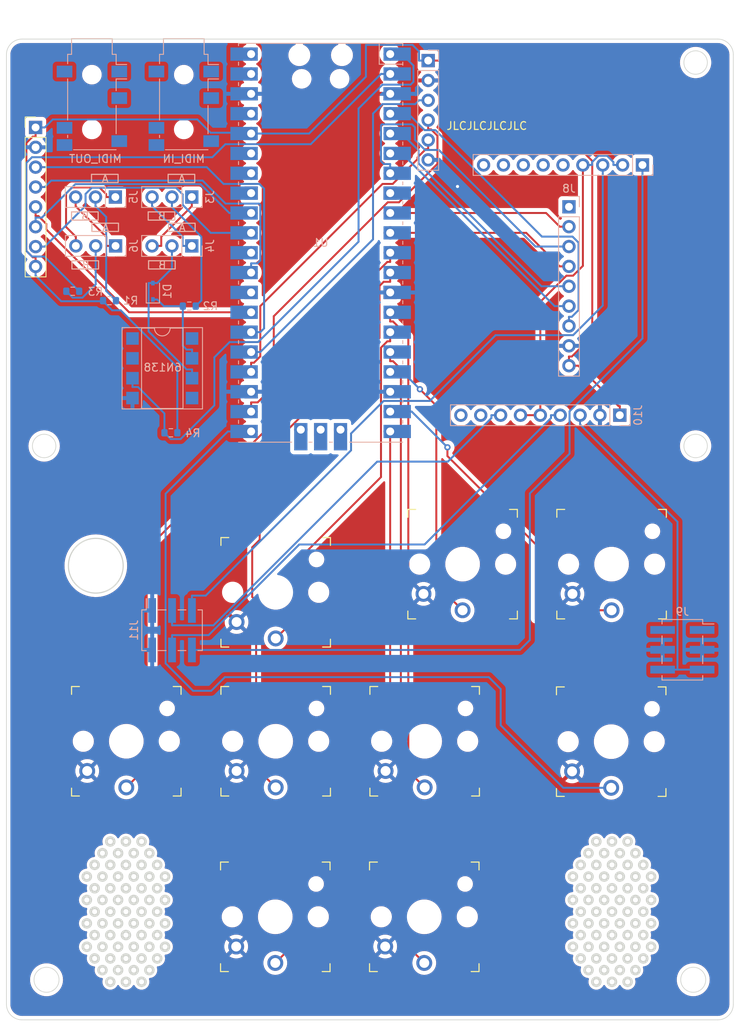
<source format=kicad_pcb>
(kicad_pcb (version 20211014) (generator pcbnew)
  (layers (0 "F.Cu" signal) (31 "B.Cu" signal) (34 "B.Paste" user) (35 "F.Paste" user) (36 "B.SilkS" user "B.Silkscreen") (37 "F.SilkS" user "F.Silkscreen") (38 "B.Mask" user) (39 "F.Mask" user) (44 "Edge.Cuts" user))
  (net 0 "")
  (net 1 "Net-(D1-Pad1)")
  (net 2 "Net-(D1-Pad2)")
  (net 3 "Net-(J2-PadR)")
  (net 4 "Net-(J3-Pad2)")
  (net 5 "Net-(J2-PadT)")
  (net 6 "Net-(J1-PadR)")
  (net 7 "Net-(J5-Pad2)")
  (net 8 "Net-(J1-PadT)")
  (net 9 "Net-(J6-Pad2)")
  (net 10 "VCC")
  (net 11 "GND")
  (net 12 "DP3")
  (net 13 "DP4")
  (net 14 "DP5")
  (net 15 "DP6")
  (net 16 "DP7")
  (net 17 "TX")
  (net 18 "RX")
  (net 19 "LEFT")
  (net 20 "DOWN")
  (net 21 "RIGHT")
  (net 22 "UP")
  (net 23 "RT")
  (net 24 "B")
  (net 25 "A")
  (net 26 "LT")
  (net 27 "PLAY")
  (net 28 "CLK")
  (net 29 "SI")
  (net 30 "SO")
  (net 31 "D1")
  (net 33 "DAT2")
  (net 34 "D3")
  (net 35 "DIN")
  (net 36 "BCK")
  (net 37 "LRCK")
  (net 52 "VCC5")
  (net 54 "KILL_SWITCH")
  (net 57 "L_AMP")
  (net 58 "AGND")
  (net 59 "R_AMP")
  (net 62 "ROUT")
  (net 63 "LOUT")
  (footprint "Button_Switch_Keyboard:SW_PG1350" (layer "F.Cu") (at 155.3 117.95)
    (fp_text reference "SW3")
    (fp_text value "SW_PG1350")
  )
  (footprint "Button_Switch_Keyboard:SW_PG1350" (layer "F.Cu") (at 136.25 117.95)
    (fp_text reference "SW2")
    (fp_text value "SW_PG1350")
  )
  (footprint "Button_Switch_Keyboard:SW_PG1350" (layer "F.Cu") (at 117.15 117.95)
    (fp_text reference "SW1")
    (fp_text value "SW_PG1350")
  )
  (footprint "Button_Switch_Keyboard:SW_PG1350" (layer "F.Cu") (at 155.25 140.4)
    (fp_text reference "SW5")
    (fp_text value "SW_PG1350")
  )
  (footprint "Button_Switch_Keyboard:SW_PG1350" (layer "F.Cu") (at 179.2 95.3)
    (fp_text reference "SW7")
    (fp_text value "SW_PG1350")
  )
  (footprint "Button_Switch_Keyboard:SW_PG1350" (layer "F.Cu") (at 136.2 140.4)
    (fp_text reference "SW8")
    (fp_text value "SW_PG1350")
  )
  (footprint "Button_Switch_Keyboard:SW_PG1350" (layer "F.Cu") (at 179.15 118)
    (fp_text reference "SW9")
    (fp_text value "SW_PG1350")
  )
  (footprint "Connector_PinHeader_2.54mm:PinHeader_1x08_P2.54mm_Vertical" (layer "F.Cu") (at 105.55 39.45)
    (fp_text reference "J7")
    (fp_text value "DISPLAY")
  )
  (footprint "Button_Switch_Keyboard:SW_PG1350" (layer "F.Cu") (at 136.25 98.9)
    (fp_text reference "SW4")
    (fp_text value "SW_PG1350")
  )
  (footprint "Button_Switch_Keyboard:SW_PG1350" (layer "F.Cu") (at 160.15 95.3)
    (fp_text reference "SW6")
    (fp_text value "SW_PG1350")
  )
  (footprint "Connector_PinHeader_2.54mm:PinHeader_1x09_P2.54mm_Vertical" (layer "B.Cu") (at 183.15 44.25 90)
    (fp_text reference "REF1")
    (fp_text value "PinHeader_1x09_P2.54mm_Vertical_SMD_Pin1Left")
  )
  (footprint "RPi_Pico:RPi_Pico_SMD_TH" (layer "B.Cu") (at 142 54.2 180)
    (fp_text reference "U1")
    (fp_text value "Pico")
  )
  (footprint "Connector_PinHeader_2.54mm:PinHeader_1x03_P2.54mm_Vertical" (layer "B.Cu") (at 115.75 48.35 90)
    (fp_text reference "J5")
    (fp_text value "MIDI_OUT_A_B_VCC")
  )
  (footprint "Connector_PinHeader_2.54mm:PinHeader_1x03_P2.54mm_Vertical" (layer "B.Cu") (at 125.525 48.35 90)
    (fp_text reference "J3")
    (fp_text value "MIDI_IN_A_B_VCC")
  )
  (footprint "Diode_SMD:D_SOD-323" (layer "B.Cu") (at 120.55 60.4 90)
    (fp_text reference "D1")
    (fp_text value "1n4148")
  )
  (footprint "Connector_PinHeader_2.54mm:PinHeader_1x03_P2.54mm_Vertical" (layer "B.Cu") (at 125.525 54.6 90)
    (fp_text reference "J4")
    (fp_text value "MIDI_IN_A_B_DATA")
  )
  (footprint "Resistor_SMD:R_0603_1608Metric" (layer "B.Cu") (at 110.3 60.4 180)
    (fp_text reference "R3")
    (fp_text value "47R")
  )
  (footprint "Connector_PinHeader_2.54mm:PinHeader_1x06_P2.54mm_Vertical" (layer "B.Cu") (at 155.75 30.9 180)
    (fp_text reference "U3")
    (fp_text value "PCM5102_Module")
  )
  (footprint "Package_DIP:DIP-8_W7.62mm_SMDSocket_SmallPads" (layer "B.Cu") (at 121.75 70.25 180)
    (fp_text reference "U2")
    (fp_text value "6N138")
  )
  (footprint "Connector_PinHeader_2.54mm:PinHeader_1x09_P2.54mm_Vertical" (layer "B.Cu") (at 180.25 76.25 90)
    (fp_text reference "J10")
    (fp_text value "DclassAMP")
  )
  (footprint "Connector_Audio:Jack_3.5mm_PJ311_Horizontal" (layer "B.Cu") (at 112.75 37 180)
    (fp_text reference "J1")
    (fp_text value "MIDI_OUT")
  )
  (footprint "Resistor_SMD:R_0603_1608Metric" (layer "B.Cu") (at 115 61.6)
    (fp_text reference "R1")
    (fp_text value "47R")
  )
  (footprint "Resistor_SMD:R_0603_1608Metric" (layer "B.Cu") (at 122.85 78.5)
    (fp_text reference "R4")
    (fp_text value "470R")
  )
  (footprint "Resistor_SMD:R_0603_1608Metric" (layer "B.Cu") (at 125.2 62.3 180)
    (fp_text reference "R2")
    (fp_text value "220R")
  )
  (footprint "Connector_Audio:Jack_3.5mm_PJ311_Horizontal" (layer "B.Cu") (at 124.5 37 180)
    (fp_text reference "J2")
    (fp_text value "MIDI_IN")
  )
  (footprint "Connector_PinHeader_2.54mm:PinHeader_1x09_P2.54mm_Vertical" (layer "B.Cu") (at 173.75 49.6 180)
    (fp_text reference "J8")
    (fp_text value "SDCARD")
  )
  (footprint "Connector_PinHeader_2.54mm:PinHeader_2x03_P2.54mm_Vertical_SMD" (layer "B.Cu") (at 123 103.75 -90)
    (fp_text reference "J11")
    (fp_text value "MASTER_VOLUME")
  )
  (footprint "Connector_PinHeader_2.54mm:PinHeader_1x03_P2.54mm_Vertical" (layer "B.Cu") (at 115.775 54.6 90)
    (fp_text reference "J6")
    (fp_text value "MIDI_OUT_A_B_DATA")
  )
  (footprint "Connector_PinHeader_2.54mm:PinHeader_2x03_P2.54mm_Vertical_SMD" (layer "B.Cu") (at 188.25 106.25 180)
    (fp_text reference "J9")
    (fp_text value "KILL_SWITCH")
  )
  (gr_rect (start 122.55 51.7) (end 125.95 52.75) (layer "B.SilkS") (width 0.15) (fill none))
  (gr_rect (start 110.15 50.25) (end 113.55 51.3) (layer "B.SilkS") (width 0.15) (fill none))
  (gr_rect (start 110.2 56.5) (end 113.6 57.55) (layer "B.SilkS") (width 0.15) (fill none))
  (gr_rect (start 120 56.5) (end 123.4 57.55) (layer "B.SilkS") (width 0.15) (fill none))
  (gr_rect (start 119.95 50.25) (end 123.35 51.3) (layer "B.SilkS") (width 0.15) (fill none))
  (gr_rect (start 122.5 45.45) (end 125.9 46.5) (layer "B.SilkS") (width 0.15) (fill none))
  (gr_rect (start 112.75 51.7) (end 116.15 52.75) (layer "B.SilkS") (width 0.15) (fill none))
  (gr_rect (start 112.7 45.45) (end 116.1 46.5) (layer "B.SilkS") (width 0.15) (fill none))
  (gr_circle (center 182.25 132.261905) (end 182.75 132.261905) (layer "Edge.Cuts") (width 0.35) (fill none))
  (gr_circle (center 179.25 142.734127) (end 179.75 142.734127) (layer "Edge.Cuts") (width 0.35) (fill none))
  (gr_circle (center 183.25 139.742063) (end 183.75 139.742063) (layer "Edge.Cuts") (width 0.35) (fill none))
  (gr_circle (center 115.1 142.734127) (end 115.6 142.734127) (layer "Edge.Cuts") (width 0.35) (fill none))
  (gr_circle (center 119.1 130.765873) (end 119.6 130.765873) (layer "Edge.Cuts") (width 0.35) (fill none))
  (gr_circle (center 120.1 138.246032) (end 120.6 138.246032) (layer "Edge.Cuts") (width 0.35) (fill none))
  (gr_circle (center 117.1 148.712769) (end 117.6 148.712769) (layer "Edge.Cuts") (width 0.35) (fill none))
  (gr_curve (pts (xy 192.77036 153.578642) (xy 192.77036 153.578642) (xy 103.819254 153.578642) (xy 103.819254 153.578642)) (layer "Edge.Cuts") (width 0.09))
  (gr_circle (center 176.25 135.253968) (end 176.75 135.253968) (layer "Edge.Cuts") (width 0.35) (fill none))
  (gr_circle (center 182.25 144.230159) (end 182.75 144.230159) (layer "Edge.Cuts") (width 0.35) (fill none))
  (gr_circle (center 112.1 135.253968) (end 112.6 135.253968) (layer "Edge.Cuts") (width 0.35) (fill none))
  (gr_circle (center 174.25 144.230159) (end 174.75 144.230159) (layer "Edge.Cuts") (width 0.35) (fill none))
  (gr_circle (center 106.644807 80.187302) (end 108.144807 80.187302) (layer "Edge.Cuts") (width 0.09) (fill none))
  (gr_circle (center 180.25 141.238095) (end 180.75 141.238095) (layer "Edge.Cuts") (width 0.35) (fill none))
  (gr_circle (center 180.25 147.216737) (end 180.75 147.216737) (layer "Edge.Cuts") (width 0.35) (fill none))
  (gr_curve (pts (xy 103.819254 153.578642) (xy 102.716524 153.578642) (xy 101.822585 152.684703) (xy 101.822585 151.581973)) (layer "Edge.Cuts") (width 0.09))
  (gr_circle (center 116.1 144.230159) (end 116.6 144.230159) (layer "Edge.Cuts") (width 0.35) (fill none))
  (gr_circle (center 179.25 136.75) (end 179.75 136.75) (layer "Edge.Cuts") (width 0.35) (fill none))
  (gr_curve (pts (xy 103.819254 28.147302) (xy 103.819254 28.147302) (xy 192.77036 28.147302) (xy 192.77036 28.147302)) (layer "Edge.Cuts") (width 0.09))
  (gr_circle (center 113.1 133.757936) (end 113.6 133.757936) (layer "Edge.Cuts") (width 0.35) (fill none))
  (gr_circle (center 178.25 144.230159) (end 178.75 144.230159) (layer "Edge.Cuts") (width 0.35) (fill none))
  (gr_circle (center 117.1 130.765873) (end 117.6 130.765873) (layer "Edge.Cuts") (width 0.35) (fill none))
  (gr_circle (center 179.25 139.742063) (end 179.75 139.742063) (layer "Edge.Cuts") (width 0.35) (fill none))
  (gr_circle (center 122.1 135.253968) (end 122.6 135.253968) (layer "Edge.Cuts") (width 0.35) (fill none))
  (gr_circle (center 182.25 138.246032) (end 182.75 138.246032) (layer "Edge.Cuts") (width 0.35) (fill none))
  (gr_circle (center 189.639251 148.450864) (end 191.239251 148.450864) (layer "Edge.Cuts") (width 0.09) (fill none))
  (gr_circle (center 178.25 147.216737) (end 178.75 147.216737) (layer "Edge.Cuts") (width 0.35) (fill none))
  (gr_circle (center 179.25 130.765873) (end 179.75 130.765873) (layer "Edge.Cuts") (width 0.35) (fill none))
  (gr_circle (center 179.25 148.712769) (end 179.75 148.712769) (layer "Edge.Cuts") (width 0.35) (fill none))
  (gr_circle (center 189.944807 80.187302) (end 191.444807 80.187302) (layer "Edge.Cuts") (width 0.09) (fill none))
  (gr_circle (center 118.1 144.230159) (end 118.6 144.230159) (layer "Edge.Cuts") (width 0.35) (fill none))
  (gr_circle (center 183.25 133.757936) (end 183.75 133.757936) (layer "Edge.Cuts") (width 0.35) (fill none))
  (gr_circle (center 181.25 136.75) (end 181.75 136.75) (layer "Edge.Cuts") (width 0.35) (fill none))
  (gr_curve (pts (xy 194.767029 151.581973) (xy 194.767029 152.684703) (xy 193.87309 153.578642) (xy 192.77036 153.578642)) (layer "Edge.Cuts") (width 0.09))
  (gr_circle (center 113.1 145.72619) (end 113.6 145.72619) (layer "Edge.Cuts") (width 0.35) (fill none))
  (gr_circle (center 181.25 139.742063) (end 181.75 139.742063) (layer "Edge.Cuts") (width 0.35) (fill none))
  (gr_circle (center 114.1 132.261905) (end 114.6 132.261905) (layer "Edge.Cuts") (width 0.35) (fill none))
  (gr_circle (center 174.25 141.238095) (end 174.75 141.238095) (layer "Edge.Cuts") (width 0.35) (fill none))
  (gr_circle (center 178.25 135.253968) (end 178.75 135.253968) (layer "Edge.Cuts") (width 0.35) (fill none))
  (gr_circle (center 115.1 133.757936) (end 115.6 133.757936) (layer "Edge.Cuts") (width 0.35) (fill none))
  (gr_curve (pts (xy 194.767029 30.143971) (xy 194.767029 30.143971) (xy 194.767029 151.581973) (xy 194.767029 151.581973)) (layer "Edge.Cuts") (width 0.09))
  (gr_circle (center 181.25 142.734127) (end 181.75 142.734127) (layer "Edge.Cuts") (width 0.35) (fill none))
  (gr_circle (center 112.1 144.230159) (end 112.6 144.230159) (layer "Edge.Cuts") (width 0.35) (fill none))
  (gr_circle (center 122.1 138.246032) (end 122.6 138.246032) (layer "Edge.Cuts") (width 0.35) (fill none))
  (gr_circle (center 174.25 135.253968) (end 174.75 135.253968) (layer "Edge.Cuts") (width 0.35) (fill none))
  (gr_circle (center 120.1 144.230159) (end 120.6 144.230159) (layer "Edge.Cuts") (width 0.35) (fill none))
  (gr_circle (center 178.25 132.261905) (end 178.75 132.261905) (layer "Edge.Cuts") (width 0.35) (fill none))
  (gr_circle (center 179.25 145.72619) (end 179.75 145.72619) (layer "Edge.Cuts") (width 0.35) (fill none))
  (gr_circle (center 113.25 95.5) (end 116.75 95.5) (layer "Edge.Cuts") (width 0.15) (fill none))
  (gr_curve (pts (xy 101.822585 30.143971) (xy 101.822585 29.041241) (xy 102.716524 28.147302) (xy 103.819254 28.147302)) (layer "Edge.Cuts") (width 0.09))
  (gr_circle (center 189.944807 31.147302) (end 191.444807 31.147302) (layer "Edge.Cuts") (width 0.09) (fill none))
  (gr_circle (center 121.1 133.757936) (end 121.6 133.757936) (layer "Edge.Cuts") (width 0.35) (fill none))
  (gr_circle (center 115.1 139.742063) (end 115.6 139.742063) (layer "Edge.Cuts") (width 0.35) (fill none))
  (gr_circle (center 177.25 148.712769) (end 177.75 148.712769) (layer "Edge.Cuts") (width 0.35) (fill none))
  (gr_circle (center 175.25 142.734127) (end 175.75 142.734127) (layer "Edge.Cuts") (width 0.35) (fill none))
  (gr_circle (center 183.25 145.72619) (end 183.75 145.72619) (layer "Edge.Cuts") (width 0.35) (fill none))
  (gr_circle (center 120.1 147.216737) (end 120.6 147.216737) (layer "Edge.Cuts") (width 0.35) (fill none))
  (gr_circle (center 115.1 136.75) (end 115.6 136.75) (layer "Edge.Cuts") (width 0.35) (fill none))
  (gr_circle (center 113.1 139.742063) (end 113.6 139.742063) (layer "Edge.Cuts") (width 0.35) (fill none))
  (gr_circle (center 175.25 133.757936) (end 175.75 133.757936) (layer "Edge.Cuts") (width 0.35) (fill none))
  (gr_circle (center 106.950362 148.450864) (end 108.550362 148.450864) (layer "Edge.Cuts") (width 0.09) (fill none))
  (gr_circle (center 177.25 136.75) (end 177.75 136.75) (layer "Edge.Cuts") (width 0.35) (fill none))
  (gr_circle (center 184.25 138.246032) (end 184.75 138.246032) (layer "Edge.Cuts") (width 0.35) (fill none))
  (gr_circle (center 119.1 139.742063) (end 119.6 139.742063) (layer "Edge.Cuts") (width 0.35) (fill none))
  (gr_circle (center 118.1 147.216737) (end 118.6 147.216737) (layer "Edge.Cuts") (width 0.35) (fill none))
  (gr_circle (center 177.25 133.757936) (end 177.75 133.757936) (layer "Edge.Cuts") (width 0.35) (fill none))
  (gr_circle (center 116.1 132.261905) (end 116.6 132.261905) (layer "Edge.Cuts") (width 0.35) (fill none))
  (gr_circle (center 114.1 135.253968) (end 114.6 135.253968) (layer "Edge.Cuts") (width 0.35) (fill none))
  (gr_circle (center 176.25 144.230159) (end 176.75 144.230159) (layer "Edge.Cuts") (width 0.35) (fill none))
  (gr_circle (center 120.1 135.253968) (end 120.6 135.253968) (layer "Edge.Cuts") (width 0.35) (fill none))
  (gr_circle (center 176.25 132.261905) (end 176.75 132.261905) (layer "Edge.Cuts") (width 0.35) (fill none))
  (gr_circle (center 116.1 135.253968) (end 116.6 135.253968) (layer "Edge.Cuts") (width 0.35) (fill none))
  (gr_circle (center 118.1 138.246032) (end 118.6 138.246032) (layer "Edge.Cuts") (width 0.35) (fill none))
  (gr_circle (center 113.1 136.75) (end 113.6 136.75) (layer "Edge.Cuts") (width 0.35) (fill none))
  (gr_circle (center 121.1 142.734127) (end 121.6 142.734127) (layer "Edge.Cuts") (width 0.35) (fill none))
  (gr_circle (center 117.1 142.734127) (end 117.6 142.734127) (layer "Edge.Cuts") (width 0.35) (fill none))
  (gr_circle (center 177.25 142.734127) (end 177.75 142.734127) (layer "Edge.Cuts") (width 0.35) (fill none))
  (gr_circle (center 175.25 136.75) (end 175.75 136.75) (layer "Edge.Cuts") (width 0.35) (fill none))
  (gr_circle (center 114.1 144.230159) (end 114.6 144.230159) (layer "Edge.Cuts") (width 0.35) (fill none))
  (gr_circle (center 183.25 142.734127) (end 183.75 142.734127) (layer "Edge.Cuts") (width 0.35) (fill none))
  (gr_circle (center 119.1 148.712769) (end 119.6 148.712769) (layer "Edge.Cuts") (width 0.35) (fill none))
  (gr_circle (center 115.1 145.72619) (end 115.6 145.72619) (layer "Edge.Cuts") (width 0.35) (fill none))
  (gr_circle (center 180.25 138.246032) (end 180.75 138.246032) (layer "Edge.Cuts") (width 0.35) (fill none))
  (gr_circle (center 180.25 135.253968) (end 180.75 135.253968) (layer "Edge.Cuts") (width 0.35) (fill none))
  (gr_circle (center 178.25 141.238095) (end 178.75 141.238095) (layer "Edge.Cuts") (width 0.35) (fill none))
  (gr_circle (center 182.25 135.253968) (end 182.75 135.253968) (layer "Edge.Cuts") (width 0.35) (fill none))
  (gr_circle (center 114.1 141.238095) (end 114.6 141.238095) (layer "Edge.Cuts") (width 0.35) (fill none))
  (gr_circle (center 176.25 147.216737) (end 176.75 147.216737) (layer "Edge.Cuts") (width 0.35) (fill none))
  (gr_circle (center 119.1 136.75) (end 119.6 136.75) (layer "Edge.Cuts") (width 0.35) (fill none))
  (gr_circle (center 181.25 145.72619) (end 181.75 145.72619) (layer "Edge.Cuts") (width 0.35) (fill none))
  (gr_circle (center 176.25 138.246032) (end 176.75 138.246032) (layer "Edge.Cuts") (width 0.35) (fill none))
  (gr_circle (center 184.25 144.230159) (end 184.75 144.230159) (layer "Edge.Cuts") (width 0.35) (fill none))
  (gr_circle (center 118.1 141.238095) (end 118.6 141.238095) (layer "Edge.Cuts") (width 0.35) (fill none))
  (gr_circle (center 118.1 135.253968) (end 118.6 135.253968) (layer "Edge.Cuts") (width 0.35) (fill none))
  (gr_circle (center 117.1 139.742063) (end 117.6 139.742063) (layer "Edge.Cuts") (width 0.35) (fill none))
  (gr_circle (center 121.1 145.72619) (end 121.6 145.72619) (layer "Edge.Cuts") (width 0.35) (fill none))
  (gr_circle (center 177.25 145.72619) (end 177.75 145.72619) (layer "Edge.Cuts") (width 0.35) (fill none))
  (gr_circle (center 120.1 141.238095) (end 120.6 141.238095) (layer "Edge.Cuts") (width 0.35) (fill none))
  (gr_circle (center 184.25 141.238095) (end 184.75 141.238095) (layer "Edge.Cuts") (width 0.35) (fill none))
  (gr_curve (pts (xy 101.822585 151.581973) (xy 101.822585 151.581973) (xy 101.822585 30.143971) (xy 101.822585 30.143971)) (layer "Edge.Cuts") (width 0.09))
  (gr_circle (center 182.25 147.216737) (end 182.75 147.216737) (layer "Edge.Cuts") (width 0.35) (fill none))
  (gr_circle (center 180.25 144.230159) (end 180.75 144.230159) (layer "Edge.Cuts") (width 0.35) (fill none))
  (gr_circle (center 116.1 138.246032) (end 116.6 138.246032) (layer "Edge.Cuts") (width 0.35) (fill none))
  (gr_circle (center 114.1 147.216737) (end 114.6 147.216737) (layer "Edge.Cuts") (width 0.35) (fill none))
  (gr_circle (center 112.1 138.246032) (end 112.6 138.246032) (layer "Edge.Cuts") (width 0.35) (fill none))
  (gr_circle (center 117.1 136.75) (end 117.6 136.75) (layer "Edge.Cuts") (width 0.35) (fill none))
  (gr_circle (center 114.1 138.246032) (end 114.6 138.246032) (layer "Edge.Cuts") (width 0.35) (fill none))
  (gr_circle (center 184.25 135.253968) (end 184.75 135.253968) (layer "Edge.Cuts") (width 0.35) (fill none))
  (gr_circle (center 118.1 132.261905) (end 118.6 132.261905) (layer "Edge.Cuts") (width 0.35) (fill none))
  (gr_circle (center 115.1 148.712769) (end 115.6 148.712769) (layer "Edge.Cuts") (width 0.35) (fill none))
  (gr_circle (center 181.25 133.757936) (end 181.75 133.757936) (layer "Edge.Cuts") (width 0.35) (fill none))
  (gr_circle (center 122.1 144.230159) (end 122.6 144.230159) (layer "Edge.Cuts") (width 0.35) (fill none))
  (gr_circle (center 113.1 142.734127) (end 113.6 142.734127) (layer "Edge.Cuts") (width 0.35) (fill none))
  (gr_circle (center 175.25 139.742063) (end 175.75 139.742063) (layer "Edge.Cuts") (width 0.35) (fill none))
  (gr_circle (center 176.25 141.238095) (end 176.75 141.238095) (layer "Edge.Cuts") (width 0.35) (fill none))
  (gr_circle (center 182.25 141.238095) (end 182.75 141.238095) (layer "Edge.Cuts") (width 0.35) (fill none))
  (gr_circle (center 183.25 136.75) (end 183.75 136.75) (layer "Edge.Cuts") (width 0.35) (fill none))
  (gr_curve (pts (xy 192.77036 28.147302) (xy 193.87309 28.147302) (xy 194.767029 29.041241) (xy 194.767029 30.143971)) (layer "Edge.Cuts") (width 0.09))
  (gr_circle (center 119.1 133.757936) (end 119.6 133.757936) (layer "Edge.Cuts") (width 0.35) (fill none))
  (gr_circle (center 180.25 132.261905) (end 180.75 132.261905) (layer "Edge.Cuts") (width 0.35) (fill none))
  (gr_circle (center 120.1 132.261905) (end 120.6 132.261905) (layer "Edge.Cuts") (width 0.35) (fill none))
  (gr_circle (center 117.1 133.757936) (end 117.6 133.757936) (layer "Edge.Cuts") (width 0.35) (fill none))
  (gr_circle (center 174.25 138.246032) (end 174.75 138.246032) (layer "Edge.Cuts") (width 0.35) (fill none))
  (gr_circle (center 117.1 145.72619) (end 117.6 145.72619) (layer "Edge.Cuts") (width 0.35) (fill none))
  (gr_circle (center 119.1 145.72619) (end 119.6 145.72619) (layer "Edge.Cuts") (width 0.35) (fill none))
  (gr_circle (center 116.1 141.238095) (end 116.6 141.238095) (layer "Edge.Cuts") (width 0.35) (fill none))
  (gr_circle (center 181.25 148.712769) (end 181.75 148.712769) (layer "Edge.Cuts") (width 0.35) (fill none))
  (gr_circle (center 121.1 139.742063) (end 121.6 139.742063) (layer "Edge.Cuts") (width 0.35) (fill none))
  (gr_circle (center 116.1 147.216737) (end 116.6 147.216737) (layer "Edge.Cuts") (width 0.35) (fill none))
  (gr_circle (center 179.25 133.757936) (end 179.75 133.757936) (layer "Edge.Cuts") (width 0.35) (fill none))
  (gr_circle (center 121.1 136.75) (end 121.6 136.75) (layer "Edge.Cuts") (width 0.35) (fill none))
  (gr_circle (center 115.1 130.765873) (end 115.6 130.765873) (layer "Edge.Cuts") (width 0.35) (fill none))
  (gr_circle (center 181.25 130.765873) (end 181.75 130.765873) (layer "Edge.Cuts") (width 0.35) (fill none))
  (gr_circle (center 177.25 130.765873) (end 177.75 130.765873) (layer "Edge.Cuts") (width 0.35) (fill none))
  (gr_circle (center 178.25 138.246032) (end 178.75 138.246032) (layer "Edge.Cuts") (width 0.35) (fill none))
  (gr_circle (center 112.1 141.238095) (end 112.6 141.238095) (layer "Edge.Cuts") (width 0.35) (fill none))
  (gr_circle (center 175.25 145.72619) (end 175.75 145.72619) (layer "Edge.Cuts") (width 0.35) (fill none))
  (gr_circle (center 177.25 139.742063) (end 177.75 139.742063) (layer "Edge.Cuts") (width 0.35) (fill none))
  (gr_circle (center 122.1 141.238095) (end 122.6 141.238095) (layer "Edge.Cuts") (width 0.35) (fill none))
  (gr_circle (center 119.1 142.734127) (end 119.6 142.734127) (layer "Edge.Cuts") (width 0.35) (fill none))
  (gr_text "A" (at 124.3 52.25) (layer "B.SilkS") (effects (font (size 1 1)) (justify mirror)))
  (gr_text "A" (at 114.5 52.25) (layer "B.SilkS") (effects (font (size 1 1)) (justify mirror)))
  (gr_text "A" (at 124.25 46) (layer "B.SilkS") (effects (font (size 1 1)) (justify mirror)))
  (gr_text "B" (at 121.7 50.8) (layer "B.SilkS") (effects (font (size 1 1)) (justify mirror)))
  (gr_text "A" (at 114.45 46) (layer "B.SilkS") (effects (font (size 1 1)) (justify mirror)))
  (gr_text "B" (at 111.95 57.05) (layer "B.SilkS") (effects (font (size 1 1)) (justify mirror)))
  (gr_text "B" (at 121.75 57.05) (layer "B.SilkS") (effects (font (size 1 1)) (justify mirror)))
  (gr_text "B" (at 111.9 50.8) (layer "B.SilkS") (effects (font (size 1 1)) (justify mirror)))
  (gr_text "JLCJLCJLCJLC" (at 163.25 39.25) (layer "F.SilkS") (effects (font (size 1 1))))
  (segment (start 120.55 61.45) (end 121.1001 61.45) (width 0.25) (layer "B.Cu") (net 1))
  (segment (start 124.8568 67.8549) (end 124.375 67.3731) (width 0.25) (layer "B.Cu") (net 1))
  (segment (start 125.56 68.98) (end 125.56 67.8549) (width 0.25) (layer "B.Cu") (net 1))
  (segment (start 124.375 67.3731) (end 124.375 62.3) (width 0.25) (layer "B.Cu") (net 1))
  (segment (start 124.375 62.3) (end 121.9501 62.3) (width 0.25) (layer "B.Cu") (net 1))
  (segment (start 125.56 67.8549) (end 124.8568 67.8549) (width 0.25) (layer "B.Cu") (net 1))
  (segment (start 121.9501 62.3) (end 121.1001 61.45) (width 0.25) (layer "B.Cu") (net 1))
  (segment (start 119.9999 65.538) (end 119.9999 59.35) (width 0.25) (layer "B.Cu") (net 2))
  (segment (start 122.985 57.4651) (end 122.985 54.6) (width 0.25) (layer "B.Cu") (net 2))
  (segment (start 120.55 59.35) (end 119.9999 59.35) (width 0.25) (layer "B.Cu") (net 2))
  (segment (start 125.56 70.3949) (end 124.8568 70.3949) (width 0.25) (layer "B.Cu") (net 2))
  (segment (start 120.55 59.35) (end 121.1001 59.35) (width 0.25) (layer "B.Cu") (net 2))
  (segment (start 125.56 71.52) (end 125.56 70.3949) (width 0.25) (layer "B.Cu") (net 2))
  (segment (start 121.1001 59.35) (end 122.985 57.4651) (width 0.25) (layer "B.Cu") (net 2))
  (segment (start 124.8568 70.3949) (end 119.9999 65.538) (width 0.25) (layer "B.Cu") (net 2))
  (segment (start 125.525 49.5251) (end 121.6201 53.43) (width 0.25) (layer "F.Cu") (net 3))
  (segment (start 120.445 54.6) (end 121.6201 54.6) (width 0.25) (layer "F.Cu") (net 3))
  (segment (start 121.6201 53.43) (end 121.6201 54.6) (width 0.25) (layer "F.Cu") (net 3))
  (segment (start 125.525 48.35) (end 125.525 49.5251) (width 0.25) (layer "F.Cu") (net 3))
  (segment (start 122.985 49.6525) (end 122.985 48.35) (width 0.25) (layer "B.Cu") (net 4))
  (segment (start 126.7475 61.5775) (end 126.7475 53.415) (width 0.25) (layer "B.Cu") (net 4))
  (segment (start 126.7475 53.415) (end 122.985 49.6525) (width 0.25) (layer "B.Cu") (net 4))
  (segment (start 126.025 62.3) (end 126.7475 61.5775) (width 0.25) (layer "B.Cu") (net 4))
  (segment (start 120.445 49.5251) (end 124.3499 53.43) (width 0.25) (layer "B.Cu") (net 5))
  (segment (start 124.3499 53.43) (end 124.3499 54.6) (width 0.25) (layer "B.Cu") (net 5))
  (segment (start 125.525 54.6) (end 124.3499 54.6) (width 0.25) (layer "B.Cu") (net 5))
  (segment (start 120.445 48.35) (end 120.445 49.5251) (width 0.25) (layer "B.Cu") (net 5))
  (segment (start 109.4462 52.1761) (end 110.695 53.4249) (width 0.25) (layer "F.Cu") (net 6))
  (segment (start 109.4462 47.8973) (end 109.4462 52.1761) (width 0.25) (layer "F.Cu") (net 6))
  (segment (start 114.5749 48.35) (end 114.5749 47.9828) (width 0.25) (layer "F.Cu") (net 6))
  (segment (start 114.5749 47.9828) (end 113.709 47.1169) (width 0.25) (layer "F.Cu") (net 6))
  (segment (start 110.695 54.6) (end 110.695 53.4249) (width 0.25) (layer "F.Cu") (net 6))
  (segment (start 115.75 48.35) (end 114.5749 48.35) (width 0.25) (layer "F.Cu") (net 6))
  (segment (start 110.2266 47.1169) (end 109.4462 47.8973) (width 0.25) (layer "F.Cu") (net 6))
  (segment (start 113.709 47.1169) (end 110.2266 47.1169) (width 0.25) (layer "F.Cu") (net 6))
  (segment (start 115.825 61.6) (end 114.5748 60.3498) (width 0.25) (layer "B.Cu") (net 7))
  (segment (start 114.5748 60.3498) (end 114.5748 50.8899) (width 0.25) (layer "B.Cu") (net 7))
  (segment (start 114.5748 50.8899) (end 113.21 49.5251) (width 0.25) (layer "B.Cu") (net 7))
  (segment (start 113.21 48.35) (end 113.21 49.5251) (width 0.25) (layer "B.Cu") (net 7))
  (segment (start 115.775 54.6) (end 114.5999 54.6) (width 0.25) (layer "F.Cu") (net 8))
  (segment (start 114.5999 53.455) (end 114.5999 54.6) (width 0.25) (layer "F.Cu") (net 8))
  (segment (start 110.67 49.5251) (end 114.5999 53.455) (width 0.25) (layer "F.Cu") (net 8))
  (segment (start 110.67 48.35) (end 110.67 49.5251) (width 0.25) (layer "F.Cu") (net 8))
  (segment (start 113.235 59.5211) (end 113.235 54.6) (width 0.25) (layer "B.Cu") (net 9))
  (segment (start 109.475 60.4) (end 110.2926 61.2176) (width 0.25) (layer "B.Cu") (net 9))
  (segment (start 111.5385 61.2176) (end 113.235 59.5211) (width 0.25) (layer "B.Cu") (net 9))
  (segment (start 110.2926 61.2176) (end 111.5385 61.2176) (width 0.25) (layer "B.Cu") (net 9))
  (segment (start 105.55 56.0549) (end 105.1828 56.0549) (width 0.25) (layer "F.Cu") (net 10))
  (segment (start 104.3749 55.247) (end 104.3749 41.4329) (width 0.25) (layer "F.Cu") (net 10))
  (segment (start 105.55 57.23) (end 105.55 56.0549) (width 0.25) (layer "F.Cu") (net 10))
  (segment (start 174.1152 68.7449) (end 173.75 68.7449) (width 0.25) (layer "F.Cu") (net 10))
  (segment (start 180.08 75.0749) (end 180.25 75.0749) (width 0.25) (layer "F.Cu") (net 10))
  (segment (start 173.75 69.92) (end 174.9251 69.92) (width 0.25) (layer "F.Cu") (net 10))
  (segment (start 173.75 69.92) (end 173.75 68.7449) (width 0.25) (layer "F.Cu") (net 10))
  (segment (start 104.3749 41.4329) (end 105.1827 40.6251) (width 0.25) (layer "F.Cu") (net 10))
  (segment (start 105.1828 56.0549) (end 104.3749 55.247) (width 0.25) (layer "F.Cu") (net 10))
  (segment (start 155.75 30.9) (end 163.8869 30.9) (width 0.25) (layer "F.Cu") (net 10))
  (segment (start 105.55 39.45) (end 105.55 40.6251) (width 0.25) (layer "F.Cu") (net 10))
  (segment (start 105.1827 40.6251) (end 105.55 40.6251) (width 0.25) (layer "F.Cu") (net 10))
  (segment (start 176.7307 66.1294) (end 174.1152 68.7449) (width 0.25) (layer "F.Cu") (net 10))
  (segment (start 163.8869 30.9) (end 176.7307 43.7438) (width 0.25) (layer "F.Cu") (net 10))
  (segment (start 180.25 76.25) (end 180.25 75.0749) (width 0.25) (layer "F.Cu") (net 10))
  (segment (start 176.7307 43.7438) (end 176.7307 66.1294) (width 0.25) (layer "F.Cu") (net 10))
  (segment (start 174.9251 69.92) (end 180.08 75.0749) (width 0.25) (layer "F.Cu") (net 10))
  (segment (start 105.55 39.45) (end 106.7251 39.45) (width 0.25) (layer "B.Cu") (net 10))
  (segment (start 147.7861 32.9639) (end 140.52 40.23) (width 0.25) (layer "B.Cu") (net 10))
  (segment (start 140.52 40.23) (end 133.11 40.23) (width 0.25) (layer "B.Cu") (net 10))
  (segment (start 154.5749 29.7249) (end 153.7448 28.8948) (width 0.25) (layer "B.Cu") (net 10))
  (segment (start 155.75 30.9) (end 154.5749 30.9) (width 0.25) (layer "B.Cu") (net 10))
  (segment (start 114.175 61.6773) (end 114.175 61.6) (width 0.25) (layer "B.Cu") (net 10))
  (segment (start 153.7448 28.8948) (end 147.7861 28.8948) (width 0.25) (layer "B.Cu") (net 10))
  (segment (start 105.55 57.23) (end 105.55 58.4051) (width 0.25) (layer "B.Cu") (net 10))
  (segment (start 108.8222 61.6773) (end 105.55 58.4051) (width 0.25) (layer "B.Cu") (net 10))
  (segment (start 131.9349 40.23) (end 131.8297 40.1248) (width 0.25) (layer "B.Cu") (net 10))
  (segment (start 123.675 70.0795) (end 116.4316 62.8361) (width 0.25) (layer "B.Cu") (net 10))
  (segment (start 132.79 40.23) (end 131.9349 40.23) (width 0.25) (layer "B.Cu") (net 10))
  (segment (start 147.7861 28.8948) (end 147.7861 32.9639) (width 0.25) (layer "B.Cu") (net 10))
  (segment (start 127.9312 40.1248) (end 126.2312 38.4248) (width 0.25) (layer "B.Cu") (net 10))
  (segment (start 126.2312 38.4248) (end 107.7503 38.4248) (width 0.25) (layer "B.Cu") (net 10))
  (segment (start 154.5749 30.9) (end 154.5749 29.7249) (width 0.25) (layer "B.Cu") (net 10))
  (segment (start 123.675 78.5) (end 123.675 70.0795) (width 0.25) (layer "B.Cu") (net 10))
  (segment (start 131.8297 40.1248) (end 127.9312 40.1248) (width 0.25) (layer "B.Cu") (net 10))
  (segment (start 115.3338 62.8361) (end 114.175 61.6773) (width 0.25) (layer "B.Cu") (net 10))
  (segment (start 132.79 40.23) (end 133.11 40.23) (width 0.25) (layer "B.Cu") (net 10))
  (segment (start 114.175 61.6773) (end 108.8222 61.6773) (width 0.25) (layer "B.Cu") (net 10))
  (segment (start 107.7503 38.4248) (end 106.7251 39.45) (width 0.25) (layer "B.Cu") (net 10))
  (segment (start 116.4316 62.8361) (end 115.3338 62.8361) (width 0.25) (layer "B.Cu") (net 10))
  (via (at 159.5 47) (size 0.8) (drill 0.4) (layers "F.Cu" "B.Cu") (net 11))
  (segment (start 134.1651 46.6748) (end 129.5849 46.6748) (width 0.25) (layer "B.Cu") (net 12))
  (segment (start 133.11 65.63) (end 134.2851 65.63) (width 0.25) (layer "B.Cu") (net 12))
  (segment (start 134.7672 65.1479) (end 134.7672 47.2769) (width 0.25) (layer "B.Cu") (net 12))
  (segment (start 134.7672 47.2769) (end 134.1651 46.6748) (width 0.25) (layer "B.Cu") (net 12))
  (segment (start 129.5849 46.6748) (end 127.4401 44.53) (width 0.25) (layer "B.Cu") (net 12))
  (segment (start 134.2851 65.63) (end 134.7672 65.1479) (width 0.25) (layer "B.Cu") (net 12))
  (segment (start 127.4401 44.53) (end 105.55 44.53) (width 0.25) (layer "B.Cu") (net 12))
  (segment (start 105.55 47.07) (end 106.7251 47.07) (width 0.25) (layer "B.Cu") (net 13))
  (segment (start 129.8476 49.1906) (end 126.9024 46.2454) (width 0.25) (layer "B.Cu") (net 13))
  (segment (start 134.2851 56.4677) (end 134.2851 49.3374) (width 0.25) (layer "B.Cu") (net 13))
  (segment (start 107.5497 46.2454) (end 106.7251 47.07) (width 0.25) (layer "B.Cu") (net 13))
  (segment (start 133.11 58.01) (end 133.11 56.8349) (width 0.25) (layer "B.Cu") (net 13))
  (segment (start 126.9024 46.2454) (end 107.5497 46.2454) (width 0.25) (layer "B.Cu") (net 13))
  (segment (start 134.2851 49.3374) (end 134.1383 49.1906) (width 0.25) (layer "B.Cu") (net 13))
  (segment (start 133.9179 56.8349) (end 134.2851 56.4677) (width 0.25) (layer "B.Cu") (net 13))
  (segment (start 133.11 56.8349) (end 133.9179 56.8349) (width 0.25) (layer "B.Cu") (net 13))
  (segment (start 134.1383 49.1906) (end 129.8476 49.1906) (width 0.25) (layer "B.Cu") (net 13))
  (segment (start 105.9152 50.7851) (end 105.55 50.7851) (width 0.25) (layer "F.Cu") (net 14))
  (segment (start 133.11 63.09) (end 131.9349 63.09) (width 0.25) (layer "F.Cu") (net 14))
  (segment (start 117.515 63.09) (end 106.9148 52.4898) (width 0.25) (layer "F.Cu") (net 14))
  (segment (start 105.55 49.61) (end 105.55 50.7851) (width 0.25) (layer "F.Cu") (net 14))
  (segment (start 106.9148 51.7847) (end 105.9152 50.7851) (width 0.25) (layer "F.Cu") (net 14))
  (segment (start 106.9148 52.4898) (end 106.9148 51.7847) (width 0.25) (layer "F.Cu") (net 14))
  (segment (start 131.9349 63.09) (end 117.515 63.09) (width 0.25) (layer "F.Cu") (net 14))
  (segment (start 105.55 52.15) (end 105.55 50.9749) (width 0.25) (layer "B.Cu") (net 15))
  (segment (start 106.3608 50.9749) (end 105.55 50.9749) (width 0.25) (layer "B.Cu") (net 15))
  (segment (start 130.3221 50.39) (end 126.6313 46.6992) (width 0.25) (layer "B.Cu") (net 15))
  (segment (start 126.6313 46.6992) (end 110.6365 46.6992) (width 0.25) (layer "B.Cu") (net 15))
  (segment (start 133.11 50.39) (end 130.3221 50.39) (width 0.25) (layer "B.Cu") (net 15))
  (segment (start 110.6365 46.6992) (end 106.3608 50.9749) (width 0.25) (layer "B.Cu") (net 15))
  (segment (start 127.9453 52.93) (end 124.3499 49.3346) (width 0.25) (layer "B.Cu") (net 16))
  (segment (start 111.94 47.9536) (end 111.94 49.4751) (width 0.25) (layer "B.Cu") (net 16))
  (segment (start 105.55 54.69) (end 106.7251 54.69) (width 0.25) (layer "B.Cu") (net 16))
  (segment (start 124.3499 49.3346) (end 124.3499 48.0076) (width 0.25) (layer "B.Cu") (net 16))
  (segment (start 133.11 52.93) (end 127.9453 52.93) (width 0.25) (layer "B.Cu") (net 16))
  (segment (start 124.3499 48.0076) (end 123.4987 47.1564) (width 0.25) (layer "B.Cu") (net 16))
  (segment (start 123.4987 47.1564) (end 112.7372 47.1564) (width 0.25) (layer "B.Cu") (net 16))
  (segment (start 111.94 49.4751) (end 106.7251 54.69) (width 0.25) (layer "B.Cu") (net 16))
  (segment (start 112.7372 47.1564) (end 111.94 47.9536) (width 0.25) (layer "B.Cu") (net 16))
  (segment (start 104.3609 55.2242) (end 104.3609 43.987) (width 0.25) (layer "B.Cu") (net 17))
  (segment (start 104.3609 43.987) (end 105.0879 43.26) (width 0.25) (layer "B.Cu") (net 17))
  (segment (start 128.1497 43.26) (end 129.8148 41.5949) (width 0.25) (layer "B.Cu") (net 17))
  (segment (start 105.0967 55.96) (end 104.3609 55.2242) (width 0.25) (layer "B.Cu") (net 17))
  (segment (start 111.125 60.4) (end 106.685 55.96) (width 0.25) (layer "B.Cu") (net 17))
  (segment (start 105.0879 43.26) (end 128.1497 43.26) (width 0.25) (layer "B.Cu") (net 17))
  (segment (start 129.8148 41.5949) (end 140.73 41.5949) (width 0.25) (layer "B.Cu") (net 17))
  (segment (start 150.89 32.61) (end 149.7149 32.61) (width 0.25) (layer "B.Cu") (net 17))
  (segment (start 106.685 55.96) (end 105.0967 55.96) (width 0.25) (layer "B.Cu") (net 17))
  (segment (start 140.73 41.5949) (end 149.7149 32.61) (width 0.25) (layer "B.Cu") (net 17))
  (segment (start 124.0942 79.3013) (end 122.8263 79.3013) (width 0.25) (layer "B.Cu") (net 18))
  (segment (start 150.89 30.07) (end 152.3998 30.07) (width 0.25) (layer "B.Cu") (net 18))
  (segment (start 118.6432 72.6451) (end 117.94 72.6451) (width 0.25) (layer "B.Cu") (net 18))
  (segment (start 122.025 78.5) (end 122.025 76.0269) (width 0.25) (layer "B.Cu") (net 18))
  (segment (start 130.3588 66.8999) (end 128.41 68.8487) (width 0.25) (layer "B.Cu") (net 18))
  (segment (start 153.8652 31.5354) (end 153.8652 33.6131) (width 0.25) (layer "B.Cu") (net 18))
  (segment (start 146.8466 37.0337) (end 146.8466 54.0569) (width 0.25) (layer "B.Cu") (net 18))
  (segment (start 122.8263 79.3013) (end 122.025 78.5) (width 0.25) (layer "B.Cu") (net 18))
  (segment (start 117.94 71.52) (end 117.94 72.6451) (width 0.25) (layer "B.Cu") (net 18))
  (segment (start 152.3998 30.07) (end 153.8652 31.5354) (width 0.25) (layer "B.Cu") (net 18))
  (segment (start 153.8652 33.6131) (end 153.5035 33.9748) (width 0.25) (layer "B.Cu") (net 18))
  (segment (start 146.8466 54.0569) (end 134.0036 66.8999) (width 0.25) (layer "B.Cu") (net 18))
  (segment (start 122.025 76.0269) (end 118.6432 72.6451) (width 0.25) (layer "B.Cu") (net 18))
  (segment (start 153.5035 33.9748) (end 149.9055 33.9748) (width 0.25) (layer "B.Cu") (net 18))
  (segment (start 128.41 68.8487) (end 128.41 74.9855) (width 0.25) (layer "B.Cu") (net 18))
  (segment (start 149.9055 33.9748) (end 146.8466 37.0337) (width 0.25) (layer "B.Cu") (net 18))
  (segment (start 128.41 74.9855) (end 124.0942 79.3013) (width 0.25) (layer "B.Cu") (net 18))
  (segment (start 134.0036 66.8999) (end 130.3588 66.8999) (width 0.25) (layer "B.Cu") (net 18))
  (segment (start 150.5228 56.6451) (end 137.3629 69.805) (width 0.25) (layer "F.Cu") (net 19))
  (segment (start 120.5107 92.6258) (end 120.5107 120.4893) (width 0.25) (layer "F.Cu") (net 19))
  (segment (start 150.89 55.47) (end 150.89 56.6451) (width 0.25) (layer "F.Cu") (net 19))
  (segment (start 137.3629 75.7736) (end 120.5107 92.6258) (width 0.25) (layer "F.Cu") (net 19))
  (segment (start 120.5107 120.4893) (end 117.15 123.85) (width 0.25) (layer "F.Cu") (net 19))
  (segment (start 150.89 56.6451) (end 150.5228 56.6451) (width 0.25) (layer "F.Cu") (net 19))
  (segment (start 137.3629 69.805) (end 137.3629 75.7736) (width 0.25) (layer "F.Cu") (net 19))
  (segment (start 134.5 121.5) (end 134.5 122.1) (width 0.25) (layer "F.Cu") (net 20))
  (segment (start 134.5 122.1) (end 136.25 123.85) (width 0.25) (layer "F.Cu") (net 20))
  (segment (start 150.059 59.1851) (end 149.5252 59.7189) (width 0.25) (layer "F.Cu") (net 20))
  (segment (start 134.2022 92.190761) (end 133.25 93.142961) (width 0.25) (layer "F.Cu") (net 20))
  (segment (start 134.2022 81.6958) (end 134.2022 92.190761) (width 0.25) (layer "F.Cu") (net 20))
  (segment (start 149.5252 59.7189) (end 149.5252 66.3728) (width 0.25) (layer "F.Cu") (net 20))
  (segment (start 150.89 58.01) (end 150.89 59.1851) (width 0.25) (layer "F.Cu") (net 20))
  (segment (start 149.5252 66.3728) (end 134.2022 81.6958) (width 0.25) (layer "F.Cu") (net 20))
  (segment (start 133.75 115.75) (end 133 116.5) (width 0.25) (layer "F.Cu") (net 20))
  (segment (start 133 120) (end 134.5 121.5) (width 0.25) (layer "F.Cu") (net 20))
  (segment (start 133 116.5) (end 133 120) (width 0.25) (layer "F.Cu") (net 20))
  (segment (start 133.75 100) (end 133.75 115.75) (width 0.25) (layer "F.Cu") (net 20))
  (segment (start 150.89 59.1851) (end 150.059 59.1851) (width 0.25) (layer "F.Cu") (net 20))
  (segment (start 133.25 99.5) (end 133.75 100) (width 0.25) (layer "F.Cu") (net 20))
  (segment (start 133.25 93.142961) (end 133.25 99.5) (width 0.25) (layer "F.Cu") (net 20))
  (segment (start 151.2552 64.2651) (end 150.89 64.2651) (width 0.25) (layer "F.Cu") (net 21))
  (segment (start 153.2104 66.2203) (end 151.2552 64.2651) (width 0.25) (layer "F.Cu") (net 21))
  (segment (start 155.3 123.85) (end 153.2104 121.7604) (width 0.25) (layer "F.Cu") (net 21))
  (segment (start 153.2104 121.7604) (end 153.2104 66.2203) (width 0.25) (layer "F.Cu") (net 21))
  (segment (start 150.89 63.09) (end 150.89 64.2651) (width 0.25) (layer "F.Cu") (net 21))
  (segment (start 150.89 66.8051) (end 150.5227 66.8051) (width 0.25) (layer "F.Cu") (net 22))
  (segment (start 149.7149 67.6129) (end 149.7149 84.1629) (width 0.25) (layer "F.Cu") (net 22))
  (segment (start 150.5227 66.8051) (end 149.7149 67.6129) (width 0.25) (layer "F.Cu") (net 22))
  (segment (start 149.7149 84.1629) (end 139.2822 94.5956) (width 0.25) (layer "F.Cu") (net 22))
  (segment (start 139.2822 94.5956) (end 139.2822 101.7678) (width 0.25) (layer "F.Cu") (net 22))
  (segment (start 139.2822 101.7678) (end 136.25 104.8) (width 0.25) (layer "F.Cu") (net 22))
  (segment (start 150.89 65.63) (end 150.89 66.8051) (width 0.25) (layer "F.Cu") (net 22))
  (segment (start 152.2548 70.3447) (end 151.2552 69.3451) (width 0.25) (layer "F.Cu") (net 23))
  (segment (start 150.89 68.17) (end 150.89 69.3451) (width 0.25) (layer "F.Cu") (net 23))
  (segment (start 151.2552 69.3451) (end 150.89 69.3451) (width 0.25) (layer "F.Cu") (net 23))
  (segment (start 155.25 146.3) (end 152.2548 143.3048) (width 0.25) (layer "F.Cu") (net 23))
  (segment (start 152.2548 143.3048) (end 152.2548 70.3447) (width 0.25) (layer "F.Cu") (net 23))
  (segment (start 156.7894 75.0309) (end 156.7894 97.8394) (width 0.25) (layer "F.Cu") (net 24))
  (segment (start 154.6886 72.9301) (end 156.7894 75.0309) (width 0.25) (layer "F.Cu") (net 24))
  (segment (start 156.7894 97.8394) (end 160.15 101.2) (width 0.25) (layer "F.Cu") (net 24))
  (via (at 154.6886 72.9301) (size 0.8) (drill 0.4) (layers "F.Cu" "B.Cu") (net 24))
  (segment (start 152.4685 70.71) (end 154.6886 72.9301) (width 0.25) (layer "B.Cu") (net 24))
  (segment (start 150.89 70.71) (end 152.4685 70.71) (width 0.25) (layer "B.Cu") (net 24))
  (segment (start 158.2106 80.3578) (end 158.2106 81.4758) (width 0.25) (layer "F.Cu") (net 25))
  (segment (start 171.55 101.2) (end 170.5 102.25) (width 0.25) (layer "F.Cu") (net 25))
  (segment (start 158.2106 81.4758) (end 169.5 92.7652) (width 0.25) (layer "F.Cu") (net 25))
  (segment (start 169.5 92.7652) (end 169.5 102.25) (width 0.25) (layer "F.Cu") (net 25))
  (segment (start 171.55 101.2) (end 179.2 101.2) (width 0.25) (layer "F.Cu") (net 25))
  (segment (start 170.5 102.25) (end 169.5 102.25) (width 0.25) (layer "F.Cu") (net 25))
  (via (at 158.2106 80.3578) (size 0.8) (drill 0.4) (layers "F.Cu" "B.Cu") (net 25))
  (segment (start 153.6428 75.79) (end 158.2106 80.3578) (width 0.25) (layer "B.Cu") (net 25))
  (segment (start 150.89 75.79) (end 153.6428 75.79) (width 0.25) (layer "B.Cu") (net 25))
  (segment (start 150.89 78.33) (end 150.89 114.0111) (width 0.25) (layer "F.Cu") (net 26))
  (segment (start 150.89 114.0111) (end 139.5607 125.3404) (width 0.25) (layer "F.Cu") (net 26))
  (segment (start 139.5607 125.3404) (end 139.5607 142.9393) (width 0.25) (layer "F.Cu") (net 26))
  (segment (start 139.5607 142.9393) (end 136.2 146.3) (width 0.25) (layer "F.Cu") (net 26))
  (segment (start 165.0221 115.9103) (end 173.0118 123.9) (width 0.25) (layer "B.Cu") (net 27))
  (segment (start 122.1748 86.2901) (end 122.1748 107.9899) (width 0.25) (layer "B.Cu") (net 27))
  (segment (start 173.0118 123.9) (end 179.15 123.9) (width 0.25) (layer "B.Cu") (net 27))
  (segment (start 130.1349 78.33) (end 122.1748 86.2901) (width 0.25) (layer "B.Cu") (net 27))
  (segment (start 163.5 109.75) (end 165.0221 111.2721) (width 0.25) (layer "B.Cu") (net 27))
  (segment (start 125.6849 111.5) (end 128 111.5) (width 0.25) (layer "B.Cu") (net 27))
  (segment (start 122.1748 107.9899) (end 125.6849 111.5) (width 0.25) (layer "B.Cu") (net 27))
  (segment (start 128 111.5) (end 129.75 109.75) (width 0.25) (layer "B.Cu") (net 27))
  (segment (start 133.11 78.33) (end 130.1349 78.33) (width 0.25) (layer "B.Cu") (net 27))
  (segment (start 165.0221 111.2721) (end 165.0221 115.9103) (width 0.25) (layer "B.Cu") (net 27))
  (segment (start 129.75 109.75) (end 163.5 109.75) (width 0.25) (layer "B.Cu") (net 27))
  (segment (start 173.75 64.84) (end 173.75 63.6649) (width 0.25) (layer "B.Cu") (net 28))
  (segment (start 173.75 63.6649) (end 174.1172 63.6649) (width 0.25) (layer "B.Cu") (net 28))
  (segment (start 155.2947 39.79) (end 153.1947 37.69) (width 0.25) (layer "B.Cu") (net 28))
  (segment (start 156.6699 39.79) (end 155.2947 39.79) (width 0.25) (layer "B.Cu") (net 28))
  (segment (start 170.2899 53.41) (end 156.6699 39.79) (width 0.25) (layer "B.Cu") (net 28))
  (segment (start 174.1172 63.6649) (end 174.9757 62.8064) (width 0.25) (layer "B.Cu") (net 28))
  (segment (start 153.1947 37.69) (end 150.89 37.69) (width 0.25) (layer "B.Cu") (net 28))
  (segment (start 174.2068 53.41) (end 170.2899 53.41) (width 0.25) (layer "B.Cu") (net 28))
  (segment (start 174.9757 54.1789) (end 174.2068 53.41) (width 0.25) (layer "B.Cu") (net 28))
  (segment (start 174.9757 62.8064) (end 174.9757 54.1789) (width 0.25) (layer "B.Cu") (net 28))
  (segment (start 154.511 44.0432) (end 170.2278 59.76) (width 0.25) (layer "B.Cu") (net 29))
  (segment (start 170.2278 59.76) (end 173.75 59.76) (width 0.25) (layer "B.Cu") (net 29))
  (segment (start 152.3671 40.23) (end 154.511 42.3739) (width 0.25) (layer "B.Cu") (net 29))
  (segment (start 154.511 42.3739) (end 154.511 44.0432) (width 0.25) (layer "B.Cu") (net 29))
  (segment (start 150.89 40.23) (end 152.3671 40.23) (width 0.25) (layer "B.Cu") (net 29))
  (segment (start 171.9171 62.3) (end 173.75 62.3) (width 0.25) (layer "B.Cu") (net 30))
  (segment (start 152.3871 42.77) (end 171.9171 62.3) (width 0.25) (layer "B.Cu") (net 30))
  (segment (start 150.89 42.77) (end 152.3871 42.77) (width 0.25) (layer "B.Cu") (net 30))
  (segment (start 155.3463 42.33) (end 157.1161 42.33) (width 0.25) (layer "B.Cu") (net 31))
  (segment (start 150.89 45.31) (end 150.89 44.1349) (width 0.25) (layer "B.Cu") (net 31))
  (segment (start 150.89 44.1349) (end 150.0821 44.1349) (width 0.25) (layer "B.Cu") (net 31))
  (segment (start 154.0608 39.4334) (end 154.0608 41.0445) (width 0.25) (layer "B.Cu") (net 31))
  (segment (start 157.1161 42.33) (end 169.4661 54.68) (width 0.25) (layer "B.Cu") (net 31))
  (segment (start 149.7148 39.1775) (end 149.8375 39.0548) (width 0.25) (layer "B.Cu") (net 31))
  (segment (start 149.8375 39.0548) (end 153.6822 39.0548) (width 0.25) (layer "B.Cu") (net 31))
  (segment (start 154.0608 41.0445) (end 155.3463 42.33) (width 0.25) (layer "B.Cu") (net 31))
  (segment (start 153.6822 39.0548) (end 154.0608 39.4334) (width 0.25) (layer "B.Cu") (net 31))
  (segment (start 169.4661 54.68) (end 173.75 54.68) (width 0.25) (layer "B.Cu") (net 31))
  (segment (start 150.0821 44.1349) (end 149.7148 43.7676) (width 0.25) (layer "B.Cu") (net 31))
  (segment (start 149.7148 43.7676) (end 149.7148 39.1775) (width 0.25) (layer "B.Cu") (net 31))
  (segment (start 150.89 50.39) (end 170.8249 50.39) (width 0.25) (layer "F.Cu") (net 33))
  (segment (start 170.8249 50.39) (end 172.5749 52.14) (width 0.25) (layer "F.Cu") (net 33))
  (segment (start 173.75 52.14) (end 172.5749 52.14) (width 0.25) (layer "F.Cu") (net 33))
  (segment (start 168.2849 52.93) (end 172.5749 57.22) (width 0.25) (layer "F.Cu") (net 34))
  (segment (start 150.89 52.93) (end 168.2849 52.93) (width 0.25) (layer "F.Cu") (net 34))
  (segment (start 173.75 57.22) (end 172.5749 57.22) (width 0.25) (layer "F.Cu") (net 34))
  (segment (start 136.0026 72.5533) (end 133.941 74.6149) (width 0.25) (layer "F.Cu") (net 35))
  (segment (start 155.75 39.6951) (end 156.1172 39.6951) (width 0.25) (layer "F.Cu") (net 35))
  (segment (start 133.941 74.6149) (end 133.11 74.6149) (width 0.25) (layer "F.Cu") (net 35))
  (segment (start 156.9312 44.107) (end 152.013 49.0252) (width 0.25) (layer "F.Cu") (net 35))
  (segment (start 133.11 75.79) (end 133.11 74.6149) (width 0.25) (layer "F.Cu") (net 35))
  (segment (start 150.5766 49.0252) (end 136.0026 63.5992) (width 0.25) (layer "F.Cu") (net 35))
  (segment (start 136.0026 63.5992) (end 136.0026 72.5533) (width 0.25) (layer "F.Cu") (net 35))
  (segment (start 156.9312 40.5091) (end 156.9312 44.107) (width 0.25) (layer "F.Cu") (net 35))
  (segment (start 156.1172 39.6951) (end 156.9312 40.5091) (width 0.25) (layer "F.Cu") (net 35))
  (segment (start 155.75 38.52) (end 155.75 39.6951) (width 0.25) (layer "F.Cu") (net 35))
  (segment (start 152.013 49.0252) (end 150.5766 49.0252) (width 0.25) (layer "F.Cu") (net 35))
  (segment (start 133.4773 69.5349) (end 134.2851 68.7271) (width 0.25) (layer "F.Cu") (net 36))
  (segment (start 155.4348 42.2351) (end 155.75 42.2351) (width 0.25) (layer "F.Cu") (net 36))
  (segment (start 155.75 41.06) (end 155.75 42.2351) (width 0.25) (layer "F.Cu") (net 36))
  (segment (start 133.11 70.71) (end 133.11 69.5349) (width 0.25) (layer "F.Cu") (net 36))
  (segment (start 154.3852 43.5056) (end 154.3852 43.2847) (width 0.25) (layer "F.Cu") (net 36))
  (segment (start 151.216 46.6748) (end 154.3852 43.5056) (width 0.25) (layer "F.Cu") (net 36))
  (segment (start 154.3852 43.2847) (end 155.4348 42.2351) (width 0.25) (layer "F.Cu") (net 36))
  (segment (start 133.11 69.5349) (end 133.4773 69.5349) (width 0.25) (layer "F.Cu") (net 36))
  (segment (start 134.2851 62.2951) (end 149.9054 46.6748) (width 0.25) (layer "F.Cu") (net 36))
  (segment (start 134.2851 68.7271) (end 134.2851 62.2951) (width 0.25) (layer "F.Cu") (net 36))
  (segment (start 149.9054 46.6748) (end 151.216 46.6748) (width 0.25) (layer "F.Cu") (net 36))
  (segment (start 149.9035 36.4669) (end 154.088 36.4669) (width 0.25) (layer "B.Cu") (net 37))
  (segment (start 155.75 35.98) (end 154.5749 35.98) (width 0.25) (layer "B.Cu") (net 37))
  (segment (start 148.6971 37.6733) (end 149.9035 36.4669) (width 0.25) (layer "B.Cu") (net 37))
  (segment (start 133.11 68.17) (end 134.2851 68.17) (width 0.25) (layer "B.Cu") (net 37))
  (segment (start 134.2851 68.17) (end 148.6971 53.758) (width 0.25) (layer "B.Cu") (net 37))
  (segment (start 154.088 36.4669) (end 154.5749 35.98) (width 0.25) (layer "B.Cu") (net 37))
  (segment (start 148.6971 53.758) (end 148.6971 37.6733) (width 0.25) (layer "B.Cu") (net 37))
  (segment (start 187.6251 108.79) (end 190.775 108.79) (width 0.25) (layer "B.Cu") (net 54))
  (segment (start 187.6251 89.8802) (end 187.6251 108.79) (width 0.25) (layer "B.Cu") (net 54))
  (segment (start 186.6751 108.79) (end 187.6251 108.79) (width 0.25) (layer "B.Cu") (net 54))
  (segment (start 175.17 77.4251) (end 187.6251 89.8802) (width 0.25) (layer "B.Cu") (net 54))
  (segment (start 175.17 76.25) (end 175.17 77.4251) (width 0.25) (layer "B.Cu") (net 54))
  (segment (start 185.725 108.79) (end 186.6751 108.79) (width 0.25) (layer "B.Cu") (net 54))
  (segment (start 172.63 76.25) (end 171.4549 76.25) (width 0.25) (layer "B.Cu") (net 57))
  (segment (start 127.6784 104.3749) (end 123 104.3749) (width 0.25) (layer "B.Cu") (net 57))
  (segment (start 155.2876 92.7845) (end 139.2688 92.7845) (width 0.25) (layer "B.Cu") (net 57))
  (segment (start 139.2688 92.7845) (end 127.6784 104.3749) (width 0.25) (layer "B.Cu") (net 57))
  (segment (start 123 106.275) (end 123 104.3749) (width 0.25) (layer "B.Cu") (net 57))
  (segment (start 171.4549 76.25) (end 171.4549 76.6172) (width 0.25) (layer "B.Cu") (net 57))
  (segment (start 171.4549 76.6172) (end 155.2876 92.7845) (width 0.25) (layer "B.Cu") (net 57))
  (segment (start 167.55 76.25) (end 168.7251 76.25) (width 0.25) (layer "F.Cu") (net 58))
  (segment (start 175.53 57.1523) (end 174.2765 58.4058) (width 0.25) (layer "F.Cu") (net 58))
  (segment (start 175.53 44.25) (end 175.53 57.1523) (width 0.25) (layer "F.Cu") (net 58))
  (segment (start 174.2765 58.4058) (end 173.4256 58.4058) (width 0.25) (layer "F.Cu") (net 58))
  (segment (start 173.4256 58.4058) (end 170.09 61.7414) (width 0.25) (layer "F.Cu") (net 58))
  (segment (start 170.09 61.7414) (end 170.09 76.25) (width 0.25) (layer "F.Cu") (net 58))
  (segment (start 170.09 76.25) (end 168.7251 76.25) (width 0.25) (layer "F.Cu") (net 58))
  (segment (start 180.61 44.25) (end 179.4349 44.25) (width 0.25) (layer "B.Cu") (net 58))
  (segment (start 179.4349 43.8828) (end 178.6174 43.0653) (width 0.25) (layer "B.Cu") (net 58))
  (segment (start 179.4349 44.25) (end 179.4349 43.8828) (width 0.25) (layer "B.Cu") (net 58))
  (segment (start 176.7051 43.8847) (end 176.7051 44.25) (width 0.25) (layer "B.Cu") (net 58))
  (segment (start 178.6174 43.0653) (end 177.5245 43.0653) (width 0.25) (layer "B.Cu") (net 58))
  (segment (start 177.5245 43.0653) (end 176.7051 43.8847) (width 0.25) (layer "B.Cu") (net 58))
  (segment (start 175.53 44.25) (end 176.7051 44.25) (width 0.25) (layer "B.Cu") (net 58))
  (segment (start 163.8349 76.25) (end 163.8349 76.6172) (width 0.25) (layer "B.Cu") (net 59))
  (segment (start 123 101.225) (end 123 103.1251) (width 0.25) (layer "B.Cu") (net 59))
  (segment (start 128.2915 103.1251) (end 123 103.1251) (width 0.25) (layer "B.Cu") (net 59))
  (segment (start 165.01 76.25) (end 163.8349 76.25) (width 0.25) (layer "B.Cu") (net 59))
  (segment (start 163.8349 76.6172) (end 158.2653 82.1868) (width 0.25) (layer "B.Cu") (net 59))
  (segment (start 158.2653 82.1868) (end 149.2298 82.1868) (width 0.25) (layer "B.Cu") (net 59))
  (segment (start 149.2298 82.1868) (end 128.2915 103.1251) (width 0.25) (layer "B.Cu") (net 59))
  (segment (start 178.07 44.25) (end 178.07 62.2243) (width 0.25) (layer "B.Cu") (net 62))
  (segment (start 125.54 101.225) (end 125.54 99.3249) (width 0.25) (layer "B.Cu") (net 62))
  (segment (start 174.2791 66.0152) (end 164.3722 66.0152) (width 0.25) (layer "B.Cu") (net 62))
  (segment (start 155.9622 74.4252) (end 150.0554 74.4252) (width 0.25) (layer "B.Cu") (net 62))
  (segment (start 150.0554 74.4252) (end 145.8874 78.5932) (width 0.25) (layer "B.Cu") (net 62))
  (segment (start 145.8874 78.5932) (end 145.8874 80.7432) (width 0.25) (layer "B.Cu") (net 62))
  (segment (start 127.3057 99.3249) (end 125.54 99.3249) (width 0.25) (layer "B.Cu") (net 62))
  (segment (start 178.07 62.2243) (end 174.2791 66.0152) (width 0.25) (layer "B.Cu") (net 62))
  (segment (start 164.3722 66.0152) (end 155.9622 74.4252) (width 0.25) (layer "B.Cu") (net 62))
  (segment (start 145.8874 80.7432) (end 127.3057 99.3249) (width 0.25) (layer "B.Cu") (net 62))
  (segment (start 183.15 44.25) (end 183.15 66.4281) (width 0.25) (layer "B.Cu") (net 63))
  (segment (start 173.8252 75.7529) (end 173.8252 81.1748) (width 0.25) (layer "B.Cu") (net 63))
  (segment (start 168.75 105) (end 167.475 106.275) (width 0.25) (layer "B.Cu") (net 63))
  (segment (start 167.475 106.275) (end 125.54 106.275) (width 0.25) (layer "B.Cu") (net 63))
  (segment (start 183.15 66.4281) (end 173.8252 75.7529) (width 0.25) (layer "B.Cu") (net 63))
  (segment (start 168.75 86.25) (end 168.75 105) (width 0.25) (layer "B.Cu") (net 63))
  (segment (start 173.8252 81.1748) (end 168.75 86.25) (width 0.25) (layer "B.Cu") (net 63))
  (zone (net 11) (net_name "GND") (layer "F.Cu") (connect_pads (clearance 0.508)) (min_thickness 0.254) (fill yes (thermal_gap 0.508) (thermal_bridge_width 0.508))
    (polygon (pts (xy 195 154) (xy 101 154) (xy 101 28) (xy 195 28)))
  )
  (zone (net 11) (net_name "GND") (layer "B.Cu") (connect_pads (clearance 0.508)) (min_thickness 0.254) (fill yes (thermal_gap 0.508) (thermal_bridge_width 0.508))
    (polygon (pts (xy 195 154) (xy 101 154) (xy 101 28) (xy 195 28)))
  )
)
</source>
